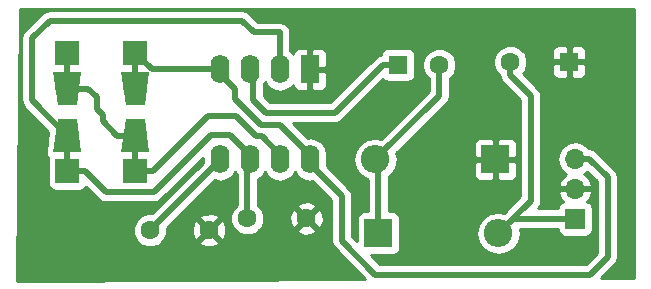
<source format=gbr>
G04 #@! TF.GenerationSoftware,KiCad,Pcbnew,(2017-06-12 revision 8590a2299)-makepkg*
G04 #@! TF.CreationDate,2017-08-13T17:46:31+02:00*
G04 #@! TF.ProjectId,-7v chargepump,2D37762063686172676570756D702E6B,A*
G04 #@! TF.FileFunction,Copper,L2,Bot,Signal*
G04 #@! TF.FilePolarity,Positive*
%FSLAX46Y46*%
G04 Gerber Fmt 4.6, Leading zero omitted, Abs format (unit mm)*
G04 Created by KiCad (PCBNEW (2017-06-12 revision 8590a2299)-makepkg) date 08/13/17 17:46:31*
%MOMM*%
%LPD*%
G01*
G04 APERTURE LIST*
%ADD10C,0.100000*%
%ADD11C,1.600000*%
%ADD12R,1.600000X1.600000*%
%ADD13R,1.998980X1.998980*%
%ADD14C,1.978996*%
%ADD15O,2.400000X2.400000*%
%ADD16R,2.400000X2.400000*%
%ADD17O,1.700000X1.700000*%
%ADD18R,1.700000X1.700000*%
%ADD19O,1.600000X2.400000*%
%ADD20R,1.600000X2.400000*%
%ADD21C,0.500000*%
%ADD22C,0.254000*%
G04 APERTURE END LIST*
D10*
D11*
X42500000Y19250000D03*
D12*
X47500000Y19250000D03*
D13*
X5000000Y9999760D03*
X5000000Y20002280D03*
D14*
X5000000Y13002040D03*
D10*
G36*
X6198880Y11602500D02*
X3801120Y11602500D01*
X4199900Y14401580D01*
X5800100Y14401580D01*
X6198880Y11602500D01*
X6198880Y11602500D01*
G37*
D14*
X5000000Y17000000D03*
D10*
G36*
X3801120Y18399540D02*
X6198880Y18399540D01*
X5800100Y15600460D01*
X4199900Y15600460D01*
X3801120Y18399540D01*
X3801120Y18399540D01*
G37*
D11*
X36500000Y19000000D03*
D12*
X33000000Y19000000D03*
D11*
X12000000Y5000000D03*
X17000000Y5000000D03*
X25250000Y6000000D03*
X20250000Y6000000D03*
D15*
X41500000Y4750000D03*
D16*
X31340000Y4750000D03*
X41250000Y11000000D03*
D15*
X31090000Y11000000D03*
D17*
X48000000Y11040000D03*
X48000000Y8500000D03*
D18*
X48000000Y5960000D03*
D14*
X10750000Y16998980D03*
D10*
G36*
X9551120Y18398520D02*
X11948880Y18398520D01*
X11550100Y15599440D01*
X9949900Y15599440D01*
X9551120Y18398520D01*
X9551120Y18398520D01*
G37*
D14*
X10750000Y13001020D03*
D10*
G36*
X11948880Y11601480D02*
X9551120Y11601480D01*
X9949900Y14400560D01*
X11550100Y14400560D01*
X11948880Y11601480D01*
X11948880Y11601480D01*
G37*
D13*
X10750000Y20001260D03*
X10750000Y9998740D03*
D19*
X25540000Y11000000D03*
X17920000Y18620000D03*
X23000000Y11000000D03*
X20460000Y18620000D03*
X20460000Y11000000D03*
X23000000Y18620000D03*
X17920000Y11000000D03*
D20*
X25540000Y18620000D03*
D21*
X31340000Y4750000D02*
X31340000Y10750000D01*
X31340000Y10750000D02*
X31090000Y11000000D01*
X36500000Y19000000D02*
X36500000Y16410000D01*
X36500000Y16410000D02*
X31090000Y11000000D01*
X27650032Y14950032D02*
X31700000Y19000000D01*
X31700000Y19000000D02*
X33000000Y19000000D01*
X21799968Y14950032D02*
X27650032Y14950032D01*
X20750000Y16000000D02*
X21799968Y14950032D01*
X20750000Y17930000D02*
X20750000Y16000000D01*
X20460000Y18220000D02*
X20750000Y17930000D01*
X20460000Y18620000D02*
X20460000Y18220000D01*
X48000000Y5960000D02*
X42710000Y5960000D01*
X42710000Y5960000D02*
X41500000Y4750000D01*
X44250000Y16368630D02*
X44250000Y7500000D01*
X44250000Y7500000D02*
X41500000Y4750000D01*
X42500000Y19250000D02*
X42500000Y18118630D01*
X42500000Y18118630D02*
X44250000Y16368630D01*
X12000000Y5000000D02*
X17920000Y10920000D01*
X17920000Y10920000D02*
X17920000Y11000000D01*
X5000000Y9999760D02*
X6499490Y9999760D01*
X6499490Y9999760D02*
X8250001Y8249249D01*
X8250001Y8249249D02*
X12349491Y8249249D01*
X12349491Y8249249D02*
X17147556Y13047314D01*
X18812686Y13047314D02*
X20460000Y11400000D01*
X20460000Y11400000D02*
X20460000Y11000000D01*
X17147556Y13047314D02*
X18812686Y13047314D01*
X23000000Y18620000D02*
X23000000Y21750000D01*
X23000000Y21750000D02*
X20779996Y21750000D01*
X20779996Y21750000D02*
X19779996Y22750000D01*
X3500000Y22750000D02*
X2000000Y21250000D01*
X19779996Y22750000D02*
X3500000Y22750000D01*
X2000000Y21250000D02*
X2000000Y16002040D01*
X2000000Y16002040D02*
X5000000Y13002040D01*
X5000000Y9999760D02*
X5000000Y13002040D01*
X20250000Y6000000D02*
X20250000Y10790000D01*
X20250000Y10790000D02*
X20460000Y11000000D01*
X25540000Y11000000D02*
X25540000Y10600000D01*
X25540000Y10600000D02*
X28250000Y7890000D01*
X28250000Y7890000D02*
X28250000Y4089998D01*
X28250000Y4089998D02*
X31089998Y1250000D01*
X31089998Y1250000D02*
X49250000Y1250000D01*
X49250000Y1250000D02*
X50750000Y2750000D01*
X50750000Y2750000D02*
X50750000Y9500000D01*
X50750000Y9500000D02*
X49210000Y11040000D01*
X49210000Y11040000D02*
X48000000Y11040000D01*
X21385750Y13950021D02*
X22989979Y13950021D01*
X17920000Y18220000D02*
X19220000Y16920000D01*
X22989979Y13950021D02*
X25540000Y11400000D01*
X19220000Y16115771D02*
X21385750Y13950021D01*
X19220000Y16920000D02*
X19220000Y16115771D01*
X17920000Y18620000D02*
X17920000Y18220000D01*
X25540000Y11400000D02*
X25540000Y11000000D01*
X10750000Y16998980D02*
X10750000Y20001260D01*
X17920000Y18620000D02*
X12131260Y18620000D01*
X12131260Y18620000D02*
X10750000Y20001260D01*
X23000000Y11400000D02*
X23000000Y11000000D01*
X16922314Y14671564D02*
X19249978Y14671564D01*
X10750000Y9998740D02*
X12249490Y9998740D01*
X12249490Y9998740D02*
X16922314Y14671564D01*
X20971532Y12950010D02*
X21449990Y12950010D01*
X19249978Y14671564D02*
X20971532Y12950010D01*
X21449990Y12950010D02*
X23000000Y11400000D01*
X8000000Y14250000D02*
X9248980Y13001020D01*
X9248980Y13001020D02*
X10750000Y13001020D01*
X8000000Y14750000D02*
X8000000Y14250000D01*
X7501020Y15248980D02*
X8000000Y14750000D01*
X7501020Y16250000D02*
X7501020Y15248980D01*
X5000000Y17000000D02*
X6751020Y17000000D01*
X6751020Y17000000D02*
X7501020Y16250000D01*
X5000000Y20002280D02*
X5000000Y17000000D01*
X10500000Y13251020D02*
X10750000Y13001020D01*
X10750000Y9998740D02*
X10750000Y13001020D01*
D22*
G36*
X53015000Y932911D02*
X52746500Y984992D01*
X50224563Y972983D01*
X51375787Y2124208D01*
X51375790Y2124210D01*
X51567633Y2411325D01*
X51635000Y2750000D01*
X51635000Y9499995D01*
X51635001Y9500000D01*
X51567633Y9838674D01*
X51567633Y9838675D01*
X51375790Y10125790D01*
X51375787Y10125792D01*
X49835790Y11665790D01*
X49781262Y11702224D01*
X49548675Y11857633D01*
X49492484Y11868810D01*
X49210000Y11925001D01*
X49209995Y11925000D01*
X49189432Y11925000D01*
X49079147Y12090054D01*
X48597378Y12411961D01*
X48029093Y12525000D01*
X47970907Y12525000D01*
X47402622Y12411961D01*
X46920853Y12090054D01*
X46598946Y11608285D01*
X46485907Y11040000D01*
X46598946Y10471715D01*
X46920853Y9989946D01*
X47261553Y9762298D01*
X47118642Y9695183D01*
X46728355Y9266924D01*
X46558524Y8856890D01*
X46679845Y8627000D01*
X47873000Y8627000D01*
X47873000Y8647000D01*
X48127000Y8647000D01*
X48127000Y8627000D01*
X49320155Y8627000D01*
X49441476Y8856890D01*
X49271645Y9266924D01*
X48881358Y9695183D01*
X48738447Y9762298D01*
X49036782Y9961639D01*
X49865000Y9133421D01*
X49865000Y3116579D01*
X48883420Y2135000D01*
X31456577Y2135000D01*
X30689017Y2902560D01*
X32540000Y2902560D01*
X32787765Y2951843D01*
X32997809Y3092191D01*
X33138157Y3302235D01*
X33187440Y3550000D01*
X33187440Y4750000D01*
X39629050Y4750000D01*
X39768731Y4047776D01*
X40166509Y3452459D01*
X40761826Y3054681D01*
X41464050Y2915000D01*
X41535950Y2915000D01*
X42238174Y3054681D01*
X42833491Y3452459D01*
X43231269Y4047776D01*
X43370950Y4750000D01*
X43306303Y5075000D01*
X46509522Y5075000D01*
X46551843Y4862235D01*
X46692191Y4652191D01*
X46902235Y4511843D01*
X47150000Y4462560D01*
X48850000Y4462560D01*
X49097765Y4511843D01*
X49307809Y4652191D01*
X49448157Y4862235D01*
X49497440Y5110000D01*
X49497440Y6810000D01*
X49448157Y7057765D01*
X49307809Y7267809D01*
X49097765Y7408157D01*
X48994292Y7428739D01*
X49271645Y7733076D01*
X49441476Y8143110D01*
X49320155Y8373000D01*
X48127000Y8373000D01*
X48127000Y8353000D01*
X47873000Y8353000D01*
X47873000Y8373000D01*
X46679845Y8373000D01*
X46558524Y8143110D01*
X46728355Y7733076D01*
X47005708Y7428739D01*
X46902235Y7408157D01*
X46692191Y7267809D01*
X46551843Y7057765D01*
X46509522Y6845000D01*
X44846579Y6845000D01*
X44875787Y6874208D01*
X44875790Y6874210D01*
X45067633Y7161325D01*
X45135000Y7500000D01*
X45135000Y16368625D01*
X45135001Y16368630D01*
X45067633Y16707304D01*
X45067633Y16707305D01*
X44875790Y16994420D01*
X44875787Y16994422D01*
X43574856Y18295354D01*
X43715824Y18436077D01*
X43934750Y18963309D01*
X43934750Y18964250D01*
X46065000Y18964250D01*
X46065000Y18323690D01*
X46161673Y18090301D01*
X46340302Y17911673D01*
X46573691Y17815000D01*
X47214250Y17815000D01*
X47373000Y17973750D01*
X47373000Y19123000D01*
X47627000Y19123000D01*
X47627000Y17973750D01*
X47785750Y17815000D01*
X48426309Y17815000D01*
X48659698Y17911673D01*
X48838327Y18090301D01*
X48935000Y18323690D01*
X48935000Y18964250D01*
X48776250Y19123000D01*
X47627000Y19123000D01*
X47373000Y19123000D01*
X46223750Y19123000D01*
X46065000Y18964250D01*
X43934750Y18964250D01*
X43935248Y19534187D01*
X43717243Y20061800D01*
X43602933Y20176310D01*
X46065000Y20176310D01*
X46065000Y19535750D01*
X46223750Y19377000D01*
X47373000Y19377000D01*
X47373000Y20526250D01*
X47627000Y20526250D01*
X47627000Y19377000D01*
X48776250Y19377000D01*
X48935000Y19535750D01*
X48935000Y20176310D01*
X48838327Y20409699D01*
X48659698Y20588327D01*
X48426309Y20685000D01*
X47785750Y20685000D01*
X47627000Y20526250D01*
X47373000Y20526250D01*
X47214250Y20685000D01*
X46573691Y20685000D01*
X46340302Y20588327D01*
X46161673Y20409699D01*
X46065000Y20176310D01*
X43602933Y20176310D01*
X43313923Y20465824D01*
X42786691Y20684750D01*
X42215813Y20685248D01*
X41688200Y20467243D01*
X41284176Y20063923D01*
X41065250Y19536691D01*
X41064752Y18965813D01*
X41282757Y18438200D01*
X41618291Y18102080D01*
X41661472Y17885001D01*
X41682367Y17779955D01*
X41826160Y17564752D01*
X41874210Y17492840D01*
X43365000Y16002051D01*
X43365000Y7866579D01*
X41992589Y6494169D01*
X41535950Y6585000D01*
X41464050Y6585000D01*
X40761826Y6445319D01*
X40166509Y6047541D01*
X39768731Y5452224D01*
X39629050Y4750000D01*
X33187440Y4750000D01*
X33187440Y5950000D01*
X33138157Y6197765D01*
X32997809Y6407809D01*
X32787765Y6548157D01*
X32540000Y6597440D01*
X32225000Y6597440D01*
X32225000Y9569832D01*
X32423491Y9702459D01*
X32821269Y10297776D01*
X32904110Y10714250D01*
X39415000Y10714250D01*
X39415000Y9673690D01*
X39511673Y9440301D01*
X39690302Y9261673D01*
X39923691Y9165000D01*
X40964250Y9165000D01*
X41123000Y9323750D01*
X41123000Y10873000D01*
X41377000Y10873000D01*
X41377000Y9323750D01*
X41535750Y9165000D01*
X42576309Y9165000D01*
X42809698Y9261673D01*
X42988327Y9440301D01*
X43085000Y9673690D01*
X43085000Y10714250D01*
X42926250Y10873000D01*
X41377000Y10873000D01*
X41123000Y10873000D01*
X39573750Y10873000D01*
X39415000Y10714250D01*
X32904110Y10714250D01*
X32960950Y11000000D01*
X32858190Y11516610D01*
X33667889Y12326310D01*
X39415000Y12326310D01*
X39415000Y11285750D01*
X39573750Y11127000D01*
X41123000Y11127000D01*
X41123000Y12676250D01*
X41377000Y12676250D01*
X41377000Y11127000D01*
X42926250Y11127000D01*
X43085000Y11285750D01*
X43085000Y12326310D01*
X42988327Y12559699D01*
X42809698Y12738327D01*
X42576309Y12835000D01*
X41535750Y12835000D01*
X41377000Y12676250D01*
X41123000Y12676250D01*
X40964250Y12835000D01*
X39923691Y12835000D01*
X39690302Y12738327D01*
X39511673Y12559699D01*
X39415000Y12326310D01*
X33667889Y12326310D01*
X37125787Y15784208D01*
X37125790Y15784210D01*
X37317633Y16071325D01*
X37385000Y16410000D01*
X37385000Y17855829D01*
X37715824Y18186077D01*
X37934750Y18713309D01*
X37935248Y19284187D01*
X37717243Y19811800D01*
X37313923Y20215824D01*
X36786691Y20434750D01*
X36215813Y20435248D01*
X35688200Y20217243D01*
X35284176Y19813923D01*
X35065250Y19286691D01*
X35064752Y18715813D01*
X35282757Y18188200D01*
X35615000Y17855377D01*
X35615000Y16776579D01*
X31582589Y12744169D01*
X31125950Y12835000D01*
X31054050Y12835000D01*
X30351826Y12695319D01*
X29756509Y12297541D01*
X29358731Y11702224D01*
X29219050Y11000000D01*
X29358731Y10297776D01*
X29756509Y9702459D01*
X30351826Y9304681D01*
X30455000Y9284158D01*
X30455000Y6597440D01*
X30140000Y6597440D01*
X29892235Y6548157D01*
X29682191Y6407809D01*
X29541843Y6197765D01*
X29492560Y5950000D01*
X29492560Y4099018D01*
X29135000Y4456578D01*
X29135000Y7889995D01*
X29135001Y7890000D01*
X29067633Y8228674D01*
X29067633Y8228675D01*
X28875790Y8515790D01*
X28875787Y8515792D01*
X26950533Y10441047D01*
X26975000Y10564050D01*
X26975000Y11435950D01*
X26865767Y11985101D01*
X26554698Y12450648D01*
X26089151Y12761717D01*
X25540000Y12870950D01*
X25357025Y12834554D01*
X24126548Y14065032D01*
X27650027Y14065032D01*
X27650032Y14065031D01*
X27947543Y14124211D01*
X27988707Y14132399D01*
X28275822Y14324242D01*
X31722796Y17771217D01*
X31742191Y17742191D01*
X31952235Y17601843D01*
X32200000Y17552560D01*
X33800000Y17552560D01*
X34047765Y17601843D01*
X34257809Y17742191D01*
X34398157Y17952235D01*
X34447440Y18200000D01*
X34447440Y19800000D01*
X34398157Y20047765D01*
X34257809Y20257809D01*
X34047765Y20398157D01*
X33800000Y20447440D01*
X32200000Y20447440D01*
X31952235Y20398157D01*
X31742191Y20257809D01*
X31601843Y20047765D01*
X31564090Y19857966D01*
X31417516Y19828810D01*
X31361325Y19817633D01*
X31074210Y19625790D01*
X31074208Y19625787D01*
X27283452Y15835032D01*
X22166547Y15835032D01*
X21635000Y16366580D01*
X21635000Y17409261D01*
X21730000Y17551438D01*
X21985302Y17169352D01*
X22450849Y16858283D01*
X23000000Y16749050D01*
X23549151Y16858283D01*
X24014698Y17169352D01*
X24105000Y17304498D01*
X24105000Y17293691D01*
X24201673Y17060302D01*
X24380301Y16881673D01*
X24613690Y16785000D01*
X25254250Y16785000D01*
X25413000Y16943750D01*
X25413000Y18493000D01*
X25667000Y18493000D01*
X25667000Y16943750D01*
X25825750Y16785000D01*
X26466310Y16785000D01*
X26699699Y16881673D01*
X26878327Y17060302D01*
X26975000Y17293691D01*
X26975000Y18334250D01*
X26816250Y18493000D01*
X25667000Y18493000D01*
X25413000Y18493000D01*
X25393000Y18493000D01*
X25393000Y18747000D01*
X25413000Y18747000D01*
X25413000Y20296250D01*
X25667000Y20296250D01*
X25667000Y18747000D01*
X26816250Y18747000D01*
X26975000Y18905750D01*
X26975000Y19946309D01*
X26878327Y20179698D01*
X26699699Y20358327D01*
X26466310Y20455000D01*
X25825750Y20455000D01*
X25667000Y20296250D01*
X25413000Y20296250D01*
X25254250Y20455000D01*
X24613690Y20455000D01*
X24380301Y20358327D01*
X24201673Y20179698D01*
X24105000Y19946309D01*
X24105000Y19935502D01*
X24014698Y20070648D01*
X23885000Y20157310D01*
X23885000Y21750000D01*
X23817633Y22088675D01*
X23625790Y22375790D01*
X23338675Y22567633D01*
X23000000Y22635000D01*
X21146575Y22635000D01*
X20405786Y23375790D01*
X20118671Y23567633D01*
X20062480Y23578810D01*
X19779996Y23635001D01*
X19779991Y23635000D01*
X3500000Y23635000D01*
X3161325Y23567633D01*
X2874210Y23375790D01*
X2874208Y23375787D01*
X1374210Y21875790D01*
X1182367Y21588675D01*
X1182367Y21588674D01*
X1114999Y21250000D01*
X1115000Y21249995D01*
X1115000Y16002045D01*
X1114999Y16002040D01*
X1148220Y15835032D01*
X1182367Y15663365D01*
X1298218Y15489981D01*
X1374210Y15376250D01*
X3396648Y13353812D01*
X3160152Y11693818D01*
X3202963Y11354735D01*
X3343311Y11144691D01*
X3377461Y11121873D01*
X3353070Y10999250D01*
X3353070Y9000270D01*
X3402353Y8752505D01*
X3542701Y8542461D01*
X3752745Y8402113D01*
X4000510Y8352830D01*
X5999490Y8352830D01*
X6247255Y8402113D01*
X6457299Y8542461D01*
X6556598Y8691072D01*
X7624209Y7623462D01*
X7624211Y7623459D01*
X7911326Y7431616D01*
X8250001Y7364249D01*
X12349486Y7364249D01*
X12349491Y7364248D01*
X12631975Y7420439D01*
X12688166Y7431616D01*
X12975281Y7623459D01*
X12975282Y7623460D01*
X16485000Y11133179D01*
X16485000Y10736579D01*
X12183260Y6434840D01*
X11715813Y6435248D01*
X11188200Y6217243D01*
X10784176Y5813923D01*
X10565250Y5286691D01*
X10564752Y4715813D01*
X10782757Y4188200D01*
X11186077Y3784176D01*
X11713309Y3565250D01*
X12284187Y3564752D01*
X12811800Y3782757D01*
X13021663Y3992255D01*
X16171861Y3992255D01*
X16245995Y3746136D01*
X16783223Y3553035D01*
X17353454Y3580222D01*
X17754005Y3746136D01*
X17828139Y3992255D01*
X17000000Y4820395D01*
X16171861Y3992255D01*
X13021663Y3992255D01*
X13215824Y4186077D01*
X13434750Y4713309D01*
X13435160Y5183580D01*
X13468357Y5216777D01*
X15553035Y5216777D01*
X15580222Y4646546D01*
X15746136Y4245995D01*
X15992255Y4171861D01*
X16820395Y5000000D01*
X17179605Y5000000D01*
X18007745Y4171861D01*
X18253864Y4245995D01*
X18446965Y4783223D01*
X18419778Y5353454D01*
X18253864Y5754005D01*
X18007745Y5828139D01*
X17179605Y5000000D01*
X16820395Y5000000D01*
X15992255Y5828139D01*
X15746136Y5754005D01*
X15553035Y5216777D01*
X13468357Y5216777D01*
X14259325Y6007745D01*
X16171861Y6007745D01*
X17000000Y5179605D01*
X17828139Y6007745D01*
X17754005Y6253864D01*
X17216777Y6446965D01*
X16646546Y6419778D01*
X16245995Y6253864D01*
X16171861Y6007745D01*
X14259325Y6007745D01*
X17470117Y9218537D01*
X17920000Y9129050D01*
X18469151Y9238283D01*
X18934698Y9549352D01*
X19190000Y9931438D01*
X19365000Y9669532D01*
X19365000Y7144171D01*
X19034176Y6813923D01*
X18815250Y6286691D01*
X18814752Y5715813D01*
X19032757Y5188200D01*
X19436077Y4784176D01*
X19963309Y4565250D01*
X20534187Y4564752D01*
X21061800Y4782757D01*
X21271663Y4992255D01*
X24421861Y4992255D01*
X24495995Y4746136D01*
X25033223Y4553035D01*
X25603454Y4580222D01*
X26004005Y4746136D01*
X26078139Y4992255D01*
X25250000Y5820395D01*
X24421861Y4992255D01*
X21271663Y4992255D01*
X21465824Y5186077D01*
X21684750Y5713309D01*
X21685189Y6216777D01*
X23803035Y6216777D01*
X23830222Y5646546D01*
X23996136Y5245995D01*
X24242255Y5171861D01*
X25070395Y6000000D01*
X25429605Y6000000D01*
X26257745Y5171861D01*
X26503864Y5245995D01*
X26696965Y5783223D01*
X26669778Y6353454D01*
X26503864Y6754005D01*
X26257745Y6828139D01*
X25429605Y6000000D01*
X25070395Y6000000D01*
X24242255Y6828139D01*
X23996136Y6754005D01*
X23803035Y6216777D01*
X21685189Y6216777D01*
X21685248Y6284187D01*
X21467243Y6811800D01*
X21271640Y7007745D01*
X24421861Y7007745D01*
X25250000Y6179605D01*
X26078139Y7007745D01*
X26004005Y7253864D01*
X25466777Y7446965D01*
X24896546Y7419778D01*
X24495995Y7253864D01*
X24421861Y7007745D01*
X21271640Y7007745D01*
X21135000Y7144623D01*
X21135000Y9322373D01*
X21474698Y9549352D01*
X21730000Y9931438D01*
X21985302Y9549352D01*
X22450849Y9238283D01*
X23000000Y9129050D01*
X23549151Y9238283D01*
X24014698Y9549352D01*
X24270000Y9931438D01*
X24525302Y9549352D01*
X24990849Y9238283D01*
X25540000Y9129050D01*
X25722974Y9165446D01*
X27365000Y7523421D01*
X27365000Y4090003D01*
X27364999Y4089998D01*
X27409755Y3865000D01*
X27432367Y3751323D01*
X27557029Y3564752D01*
X27624210Y3464208D01*
X30210740Y877679D01*
X742563Y737354D01*
X977539Y23765000D01*
X53015000Y23765000D01*
X53015000Y932911D01*
X53015000Y932911D01*
G37*
X53015000Y932911D02*
X52746500Y984992D01*
X50224563Y972983D01*
X51375787Y2124208D01*
X51375790Y2124210D01*
X51567633Y2411325D01*
X51635000Y2750000D01*
X51635000Y9499995D01*
X51635001Y9500000D01*
X51567633Y9838674D01*
X51567633Y9838675D01*
X51375790Y10125790D01*
X51375787Y10125792D01*
X49835790Y11665790D01*
X49781262Y11702224D01*
X49548675Y11857633D01*
X49492484Y11868810D01*
X49210000Y11925001D01*
X49209995Y11925000D01*
X49189432Y11925000D01*
X49079147Y12090054D01*
X48597378Y12411961D01*
X48029093Y12525000D01*
X47970907Y12525000D01*
X47402622Y12411961D01*
X46920853Y12090054D01*
X46598946Y11608285D01*
X46485907Y11040000D01*
X46598946Y10471715D01*
X46920853Y9989946D01*
X47261553Y9762298D01*
X47118642Y9695183D01*
X46728355Y9266924D01*
X46558524Y8856890D01*
X46679845Y8627000D01*
X47873000Y8627000D01*
X47873000Y8647000D01*
X48127000Y8647000D01*
X48127000Y8627000D01*
X49320155Y8627000D01*
X49441476Y8856890D01*
X49271645Y9266924D01*
X48881358Y9695183D01*
X48738447Y9762298D01*
X49036782Y9961639D01*
X49865000Y9133421D01*
X49865000Y3116579D01*
X48883420Y2135000D01*
X31456577Y2135000D01*
X30689017Y2902560D01*
X32540000Y2902560D01*
X32787765Y2951843D01*
X32997809Y3092191D01*
X33138157Y3302235D01*
X33187440Y3550000D01*
X33187440Y4750000D01*
X39629050Y4750000D01*
X39768731Y4047776D01*
X40166509Y3452459D01*
X40761826Y3054681D01*
X41464050Y2915000D01*
X41535950Y2915000D01*
X42238174Y3054681D01*
X42833491Y3452459D01*
X43231269Y4047776D01*
X43370950Y4750000D01*
X43306303Y5075000D01*
X46509522Y5075000D01*
X46551843Y4862235D01*
X46692191Y4652191D01*
X46902235Y4511843D01*
X47150000Y4462560D01*
X48850000Y4462560D01*
X49097765Y4511843D01*
X49307809Y4652191D01*
X49448157Y4862235D01*
X49497440Y5110000D01*
X49497440Y6810000D01*
X49448157Y7057765D01*
X49307809Y7267809D01*
X49097765Y7408157D01*
X48994292Y7428739D01*
X49271645Y7733076D01*
X49441476Y8143110D01*
X49320155Y8373000D01*
X48127000Y8373000D01*
X48127000Y8353000D01*
X47873000Y8353000D01*
X47873000Y8373000D01*
X46679845Y8373000D01*
X46558524Y8143110D01*
X46728355Y7733076D01*
X47005708Y7428739D01*
X46902235Y7408157D01*
X46692191Y7267809D01*
X46551843Y7057765D01*
X46509522Y6845000D01*
X44846579Y6845000D01*
X44875787Y6874208D01*
X44875790Y6874210D01*
X45067633Y7161325D01*
X45135000Y7500000D01*
X45135000Y16368625D01*
X45135001Y16368630D01*
X45067633Y16707304D01*
X45067633Y16707305D01*
X44875790Y16994420D01*
X44875787Y16994422D01*
X43574856Y18295354D01*
X43715824Y18436077D01*
X43934750Y18963309D01*
X43934750Y18964250D01*
X46065000Y18964250D01*
X46065000Y18323690D01*
X46161673Y18090301D01*
X46340302Y17911673D01*
X46573691Y17815000D01*
X47214250Y17815000D01*
X47373000Y17973750D01*
X47373000Y19123000D01*
X47627000Y19123000D01*
X47627000Y17973750D01*
X47785750Y17815000D01*
X48426309Y17815000D01*
X48659698Y17911673D01*
X48838327Y18090301D01*
X48935000Y18323690D01*
X48935000Y18964250D01*
X48776250Y19123000D01*
X47627000Y19123000D01*
X47373000Y19123000D01*
X46223750Y19123000D01*
X46065000Y18964250D01*
X43934750Y18964250D01*
X43935248Y19534187D01*
X43717243Y20061800D01*
X43602933Y20176310D01*
X46065000Y20176310D01*
X46065000Y19535750D01*
X46223750Y19377000D01*
X47373000Y19377000D01*
X47373000Y20526250D01*
X47627000Y20526250D01*
X47627000Y19377000D01*
X48776250Y19377000D01*
X48935000Y19535750D01*
X48935000Y20176310D01*
X48838327Y20409699D01*
X48659698Y20588327D01*
X48426309Y20685000D01*
X47785750Y20685000D01*
X47627000Y20526250D01*
X47373000Y20526250D01*
X47214250Y20685000D01*
X46573691Y20685000D01*
X46340302Y20588327D01*
X46161673Y20409699D01*
X46065000Y20176310D01*
X43602933Y20176310D01*
X43313923Y20465824D01*
X42786691Y20684750D01*
X42215813Y20685248D01*
X41688200Y20467243D01*
X41284176Y20063923D01*
X41065250Y19536691D01*
X41064752Y18965813D01*
X41282757Y18438200D01*
X41618291Y18102080D01*
X41661472Y17885001D01*
X41682367Y17779955D01*
X41826160Y17564752D01*
X41874210Y17492840D01*
X43365000Y16002051D01*
X43365000Y7866579D01*
X41992589Y6494169D01*
X41535950Y6585000D01*
X41464050Y6585000D01*
X40761826Y6445319D01*
X40166509Y6047541D01*
X39768731Y5452224D01*
X39629050Y4750000D01*
X33187440Y4750000D01*
X33187440Y5950000D01*
X33138157Y6197765D01*
X32997809Y6407809D01*
X32787765Y6548157D01*
X32540000Y6597440D01*
X32225000Y6597440D01*
X32225000Y9569832D01*
X32423491Y9702459D01*
X32821269Y10297776D01*
X32904110Y10714250D01*
X39415000Y10714250D01*
X39415000Y9673690D01*
X39511673Y9440301D01*
X39690302Y9261673D01*
X39923691Y9165000D01*
X40964250Y9165000D01*
X41123000Y9323750D01*
X41123000Y10873000D01*
X41377000Y10873000D01*
X41377000Y9323750D01*
X41535750Y9165000D01*
X42576309Y9165000D01*
X42809698Y9261673D01*
X42988327Y9440301D01*
X43085000Y9673690D01*
X43085000Y10714250D01*
X42926250Y10873000D01*
X41377000Y10873000D01*
X41123000Y10873000D01*
X39573750Y10873000D01*
X39415000Y10714250D01*
X32904110Y10714250D01*
X32960950Y11000000D01*
X32858190Y11516610D01*
X33667889Y12326310D01*
X39415000Y12326310D01*
X39415000Y11285750D01*
X39573750Y11127000D01*
X41123000Y11127000D01*
X41123000Y12676250D01*
X41377000Y12676250D01*
X41377000Y11127000D01*
X42926250Y11127000D01*
X43085000Y11285750D01*
X43085000Y12326310D01*
X42988327Y12559699D01*
X42809698Y12738327D01*
X42576309Y12835000D01*
X41535750Y12835000D01*
X41377000Y12676250D01*
X41123000Y12676250D01*
X40964250Y12835000D01*
X39923691Y12835000D01*
X39690302Y12738327D01*
X39511673Y12559699D01*
X39415000Y12326310D01*
X33667889Y12326310D01*
X37125787Y15784208D01*
X37125790Y15784210D01*
X37317633Y16071325D01*
X37385000Y16410000D01*
X37385000Y17855829D01*
X37715824Y18186077D01*
X37934750Y18713309D01*
X37935248Y19284187D01*
X37717243Y19811800D01*
X37313923Y20215824D01*
X36786691Y20434750D01*
X36215813Y20435248D01*
X35688200Y20217243D01*
X35284176Y19813923D01*
X35065250Y19286691D01*
X35064752Y18715813D01*
X35282757Y18188200D01*
X35615000Y17855377D01*
X35615000Y16776579D01*
X31582589Y12744169D01*
X31125950Y12835000D01*
X31054050Y12835000D01*
X30351826Y12695319D01*
X29756509Y12297541D01*
X29358731Y11702224D01*
X29219050Y11000000D01*
X29358731Y10297776D01*
X29756509Y9702459D01*
X30351826Y9304681D01*
X30455000Y9284158D01*
X30455000Y6597440D01*
X30140000Y6597440D01*
X29892235Y6548157D01*
X29682191Y6407809D01*
X29541843Y6197765D01*
X29492560Y5950000D01*
X29492560Y4099018D01*
X29135000Y4456578D01*
X29135000Y7889995D01*
X29135001Y7890000D01*
X29067633Y8228674D01*
X29067633Y8228675D01*
X28875790Y8515790D01*
X28875787Y8515792D01*
X26950533Y10441047D01*
X26975000Y10564050D01*
X26975000Y11435950D01*
X26865767Y11985101D01*
X26554698Y12450648D01*
X26089151Y12761717D01*
X25540000Y12870950D01*
X25357025Y12834554D01*
X24126548Y14065032D01*
X27650027Y14065032D01*
X27650032Y14065031D01*
X27947543Y14124211D01*
X27988707Y14132399D01*
X28275822Y14324242D01*
X31722796Y17771217D01*
X31742191Y17742191D01*
X31952235Y17601843D01*
X32200000Y17552560D01*
X33800000Y17552560D01*
X34047765Y17601843D01*
X34257809Y17742191D01*
X34398157Y17952235D01*
X34447440Y18200000D01*
X34447440Y19800000D01*
X34398157Y20047765D01*
X34257809Y20257809D01*
X34047765Y20398157D01*
X33800000Y20447440D01*
X32200000Y20447440D01*
X31952235Y20398157D01*
X31742191Y20257809D01*
X31601843Y20047765D01*
X31564090Y19857966D01*
X31417516Y19828810D01*
X31361325Y19817633D01*
X31074210Y19625790D01*
X31074208Y19625787D01*
X27283452Y15835032D01*
X22166547Y15835032D01*
X21635000Y16366580D01*
X21635000Y17409261D01*
X21730000Y17551438D01*
X21985302Y17169352D01*
X22450849Y16858283D01*
X23000000Y16749050D01*
X23549151Y16858283D01*
X24014698Y17169352D01*
X24105000Y17304498D01*
X24105000Y17293691D01*
X24201673Y17060302D01*
X24380301Y16881673D01*
X24613690Y16785000D01*
X25254250Y16785000D01*
X25413000Y16943750D01*
X25413000Y18493000D01*
X25667000Y18493000D01*
X25667000Y16943750D01*
X25825750Y16785000D01*
X26466310Y16785000D01*
X26699699Y16881673D01*
X26878327Y17060302D01*
X26975000Y17293691D01*
X26975000Y18334250D01*
X26816250Y18493000D01*
X25667000Y18493000D01*
X25413000Y18493000D01*
X25393000Y18493000D01*
X25393000Y18747000D01*
X25413000Y18747000D01*
X25413000Y20296250D01*
X25667000Y20296250D01*
X25667000Y18747000D01*
X26816250Y18747000D01*
X26975000Y18905750D01*
X26975000Y19946309D01*
X26878327Y20179698D01*
X26699699Y20358327D01*
X26466310Y20455000D01*
X25825750Y20455000D01*
X25667000Y20296250D01*
X25413000Y20296250D01*
X25254250Y20455000D01*
X24613690Y20455000D01*
X24380301Y20358327D01*
X24201673Y20179698D01*
X24105000Y19946309D01*
X24105000Y19935502D01*
X24014698Y20070648D01*
X23885000Y20157310D01*
X23885000Y21750000D01*
X23817633Y22088675D01*
X23625790Y22375790D01*
X23338675Y22567633D01*
X23000000Y22635000D01*
X21146575Y22635000D01*
X20405786Y23375790D01*
X20118671Y23567633D01*
X20062480Y23578810D01*
X19779996Y23635001D01*
X19779991Y23635000D01*
X3500000Y23635000D01*
X3161325Y23567633D01*
X2874210Y23375790D01*
X2874208Y23375787D01*
X1374210Y21875790D01*
X1182367Y21588675D01*
X1182367Y21588674D01*
X1114999Y21250000D01*
X1115000Y21249995D01*
X1115000Y16002045D01*
X1114999Y16002040D01*
X1148220Y15835032D01*
X1182367Y15663365D01*
X1298218Y15489981D01*
X1374210Y15376250D01*
X3396648Y13353812D01*
X3160152Y11693818D01*
X3202963Y11354735D01*
X3343311Y11144691D01*
X3377461Y11121873D01*
X3353070Y10999250D01*
X3353070Y9000270D01*
X3402353Y8752505D01*
X3542701Y8542461D01*
X3752745Y8402113D01*
X4000510Y8352830D01*
X5999490Y8352830D01*
X6247255Y8402113D01*
X6457299Y8542461D01*
X6556598Y8691072D01*
X7624209Y7623462D01*
X7624211Y7623459D01*
X7911326Y7431616D01*
X8250001Y7364249D01*
X12349486Y7364249D01*
X12349491Y7364248D01*
X12631975Y7420439D01*
X12688166Y7431616D01*
X12975281Y7623459D01*
X12975282Y7623460D01*
X16485000Y11133179D01*
X16485000Y10736579D01*
X12183260Y6434840D01*
X11715813Y6435248D01*
X11188200Y6217243D01*
X10784176Y5813923D01*
X10565250Y5286691D01*
X10564752Y4715813D01*
X10782757Y4188200D01*
X11186077Y3784176D01*
X11713309Y3565250D01*
X12284187Y3564752D01*
X12811800Y3782757D01*
X13021663Y3992255D01*
X16171861Y3992255D01*
X16245995Y3746136D01*
X16783223Y3553035D01*
X17353454Y3580222D01*
X17754005Y3746136D01*
X17828139Y3992255D01*
X17000000Y4820395D01*
X16171861Y3992255D01*
X13021663Y3992255D01*
X13215824Y4186077D01*
X13434750Y4713309D01*
X13435160Y5183580D01*
X13468357Y5216777D01*
X15553035Y5216777D01*
X15580222Y4646546D01*
X15746136Y4245995D01*
X15992255Y4171861D01*
X16820395Y5000000D01*
X17179605Y5000000D01*
X18007745Y4171861D01*
X18253864Y4245995D01*
X18446965Y4783223D01*
X18419778Y5353454D01*
X18253864Y5754005D01*
X18007745Y5828139D01*
X17179605Y5000000D01*
X16820395Y5000000D01*
X15992255Y5828139D01*
X15746136Y5754005D01*
X15553035Y5216777D01*
X13468357Y5216777D01*
X14259325Y6007745D01*
X16171861Y6007745D01*
X17000000Y5179605D01*
X17828139Y6007745D01*
X17754005Y6253864D01*
X17216777Y6446965D01*
X16646546Y6419778D01*
X16245995Y6253864D01*
X16171861Y6007745D01*
X14259325Y6007745D01*
X17470117Y9218537D01*
X17920000Y9129050D01*
X18469151Y9238283D01*
X18934698Y9549352D01*
X19190000Y9931438D01*
X19365000Y9669532D01*
X19365000Y7144171D01*
X19034176Y6813923D01*
X18815250Y6286691D01*
X18814752Y5715813D01*
X19032757Y5188200D01*
X19436077Y4784176D01*
X19963309Y4565250D01*
X20534187Y4564752D01*
X21061800Y4782757D01*
X21271663Y4992255D01*
X24421861Y4992255D01*
X24495995Y4746136D01*
X25033223Y4553035D01*
X25603454Y4580222D01*
X26004005Y4746136D01*
X26078139Y4992255D01*
X25250000Y5820395D01*
X24421861Y4992255D01*
X21271663Y4992255D01*
X21465824Y5186077D01*
X21684750Y5713309D01*
X21685189Y6216777D01*
X23803035Y6216777D01*
X23830222Y5646546D01*
X23996136Y5245995D01*
X24242255Y5171861D01*
X25070395Y6000000D01*
X25429605Y6000000D01*
X26257745Y5171861D01*
X26503864Y5245995D01*
X26696965Y5783223D01*
X26669778Y6353454D01*
X26503864Y6754005D01*
X26257745Y6828139D01*
X25429605Y6000000D01*
X25070395Y6000000D01*
X24242255Y6828139D01*
X23996136Y6754005D01*
X23803035Y6216777D01*
X21685189Y6216777D01*
X21685248Y6284187D01*
X21467243Y6811800D01*
X21271640Y7007745D01*
X24421861Y7007745D01*
X25250000Y6179605D01*
X26078139Y7007745D01*
X26004005Y7253864D01*
X25466777Y7446965D01*
X24896546Y7419778D01*
X24495995Y7253864D01*
X24421861Y7007745D01*
X21271640Y7007745D01*
X21135000Y7144623D01*
X21135000Y9322373D01*
X21474698Y9549352D01*
X21730000Y9931438D01*
X21985302Y9549352D01*
X22450849Y9238283D01*
X23000000Y9129050D01*
X23549151Y9238283D01*
X24014698Y9549352D01*
X24270000Y9931438D01*
X24525302Y9549352D01*
X24990849Y9238283D01*
X25540000Y9129050D01*
X25722974Y9165446D01*
X27365000Y7523421D01*
X27365000Y4090003D01*
X27364999Y4089998D01*
X27409755Y3865000D01*
X27432367Y3751323D01*
X27557029Y3564752D01*
X27624210Y3464208D01*
X30210740Y877679D01*
X742563Y737354D01*
X977539Y23765000D01*
X53015000Y23765000D01*
X53015000Y932911D01*
M02*

</source>
